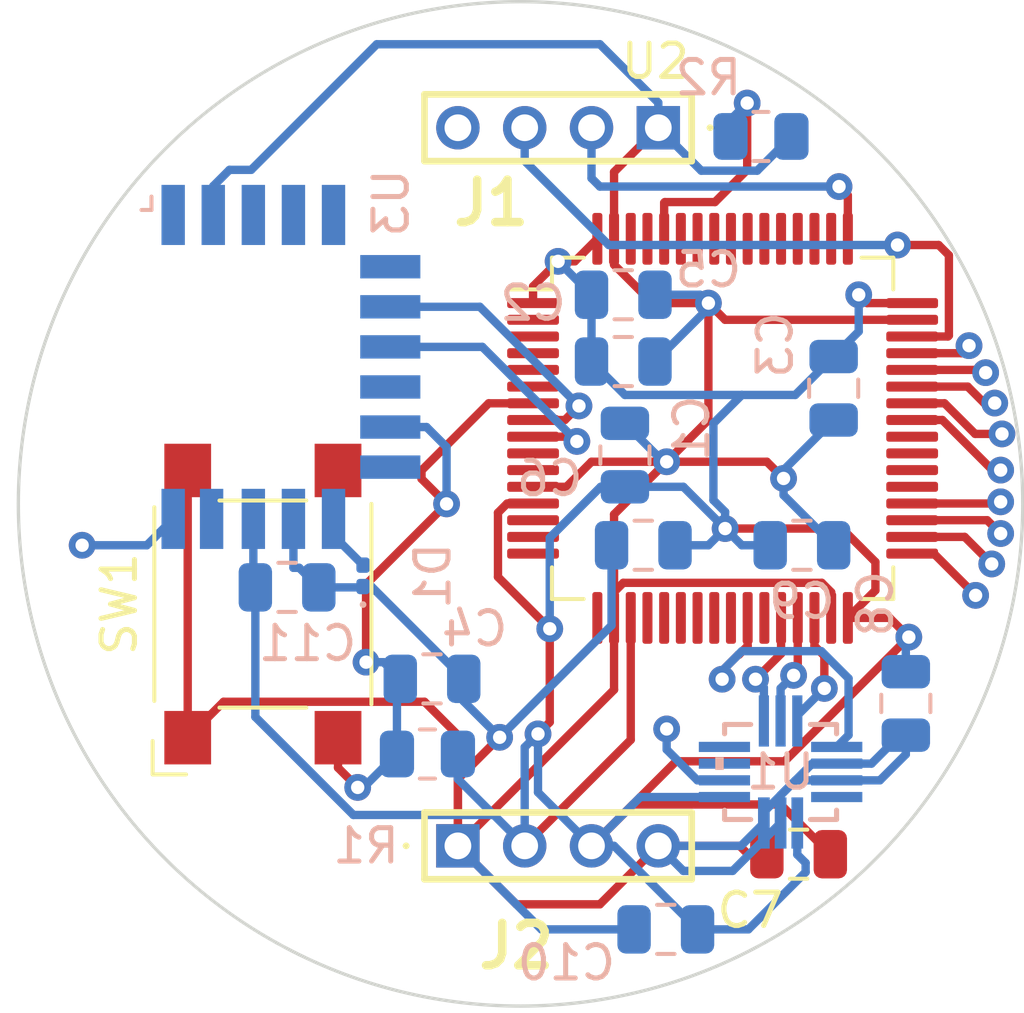
<source format=kicad_pcb>
(kicad_pcb (version 20221018) (generator pcbnew)
  (layers (0 "F.Cu" signal) (31 "B.Cu" signal) (34 "B.Paste" user) (35 "F.Paste" user) (36 "B.SilkS" user "B.Silkscreen") (37 "F.SilkS" user "F.Silkscreen") (38 "B.Mask" user) (39 "F.Mask" user) (44 "Edge.Cuts" user))
  (net 0 "")
  (net 2 "GND")
  (net 7 "/USART1_RX")
  (net 8 "/USART1_TX")
  (net 10 "Net-(D1-A)")
  (net 13 "VDD")
  (net 15 "/PB12")
  (net 19 "/IMU Comm En")
  (net 20 "/NRST")
  (net 21 "/PB13")
  (net 22 "/PB14")
  (net 35 "/I2C2_SCL")
  (net 36 "/I2C2_SDA")
  (net 38 "/I2C_SA0")
  (net 40 "/PB15")
  (net 45 "/PA8")
  (net 46 "/PA9")
  (net 47 "/PA10")
  (net 48 "/SWDIO")
  (net 49 "/SWCLK")
  (net 60 "/BOOT0")
  (net 63 "/PA11")
  (net 64 "/PA12")
  (net 68 "unconnected-(U3-P2_0-Pad16)")
  (net 69 "unconnected-(U1-INT2-Pad9)")
  (footprint "4PinConnector:2MMHBS04VT02HTB" (layer "F.Cu") (at 129.75 113.5 180)
    (fp_text reference "J2" (at -1.75 -3) (layer "F.SilkS") (effects (font (size 1.27 1.27) (thickness 0.254))))
    (fp_text value "Conn_01x04_Male" hide)
    (fp_line (start -7 -1) (end 1 -1) (stroke (width 0.2)) (layer "F.SilkS"))
    (fp_line (start -7 1) (end -7 -1) (stroke (width 0.2)) (layer "F.SilkS"))
    (fp_line (start 1 -1) (end 1 1) (stroke (width 0.2)) (layer "F.SilkS"))
    (fp_line (start 1 1) (end -7 1) (stroke (width 0.2)) (layer "F.SilkS"))
    (fp_line (start 1.5 0) (end 1.5 0) (stroke (width 0.1)) (layer "F.SilkS"))
    (fp_line (start 1.6 0) (end 1.6 0) (stroke (width 0.1)) (layer "F.SilkS"))
    (fp_arc (start 1.5 0) (mid 1.55 -0.05) (end 1.6 0) (stroke (width 0.1)) (layer "F.SilkS"))
    (fp_arc (start 1.6 0) (mid 1.55 0.05) (end 1.5 0) (stroke (width 0.1)) (layer "F.SilkS"))
    (pad "" thru_hole circle (at -6 0 180) (size 1.3 1.3) (drill 0.8) (layers "*.Cu" "*.Mask") (net 2 "GND"))
    (pad "" thru_hole circle (at -4 0 180) (size 1.3 1.3) (drill 0.8) (layers "*.Cu" "*.Mask") (net 13 "VDD"))
    (pad "" thru_hole circle (at -2 0 180) (size 1.3 1.3) (drill 0.8) (layers "*.Cu" "*.Mask") (net 13 "VDD"))
    (pad "1" thru_hole rect (at 0 0 180) (size 1.3 1.3) (drill 0.8) (layers "*.Cu" "*.Mask") (net 2 "GND"))
  )
  (footprint "Capacitor_SMD:C_0805_2012Metric" (layer "F.Cu") (at 139.95 113.75 180)
    (fp_text reference "C7" (at 1.45 -1.68 180) (layer "F.SilkS"))
    (fp_text value "100n")
    (fp_line (start -0.261252 -0.735) (end 0.261252 -0.735) (stroke (width 0.12)) (layer "F.SilkS"))
    (fp_line (start -0.261252 0.735) (end 0.261252 0.735) (stroke (width 0.12)) (layer "F.SilkS"))
    (pad "1" smd roundrect (at -0.95 0 180) (size 1 1.45) (layers "F.Cu" "F.Paste" "F.Mask") (net 13 "VDD"))
    (pad "2" smd roundrect (at 0.95 0 180) (size 1 1.45) (layers "F.Cu" "F.Paste" "F.Mask") (net 2 "GND"))
  )
  (footprint "Package_QFP:LQFP-64_10x10mm_P0.5mm" (layer "F.Cu") (at 137.675 101)
    (fp_text reference "U2" (at -2.0143 -10.989211) (layer "F.SilkS"))
    (fp_text value "STM32F091RCT6")
    (fp_line (start -5.11 -5.11) (end -5.11 -4.16) (stroke (width 0.12)) (layer "F.SilkS"))
    (fp_line (start -5.11 -4.16) (end -6.45 -4.16) (stroke (width 0.12)) (layer "F.SilkS"))
    (fp_line (start -5.11 5.11) (end -5.11 4.16) (stroke (width 0.12)) (layer "F.SilkS"))
    (fp_line (start -4.16 -5.11) (end -5.11 -5.11) (stroke (width 0.12)) (layer "F.SilkS"))
    (fp_line (start -4.16 5.11) (end -5.11 5.11) (stroke (width 0.12)) (layer "F.SilkS"))
    (fp_line (start 4.16 -5.11) (end 5.11 -5.11) (stroke (width 0.12)) (layer "F.SilkS"))
    (fp_line (start 4.16 5.11) (end 5.11 5.11) (stroke (width 0.12)) (layer "F.SilkS"))
    (fp_line (start 5.11 -5.11) (end 5.11 -4.16) (stroke (width 0.12)) (layer "F.SilkS"))
    (fp_line (start 5.11 5.11) (end 5.11 4.16) (stroke (width 0.12)) (layer "F.SilkS"))
    (pad "1" smd roundrect (at -5.675 -3.75) (size 1.55 0.3) (layers "F.Cu" "F.Paste" "F.Mask") (net 13 "VDD"))
    (pad "2" smd roundrect (at -5.675 -3.25) (size 1.55 0.3) (layers "F.Cu" "F.Paste" "F.Mask"))
    (pad "3" smd roundrect (at -5.675 -2.75) (size 1.55 0.3) (layers "F.Cu" "F.Paste" "F.Mask"))
    (pad "4" smd roundrect (at -5.675 -2.25) (size 1.55 0.3) (layers "F.Cu" "F.Paste" "F.Mask"))
    (pad "5" smd roundrect (at -5.675 -1.75) (size 1.55 0.3) (layers "F.Cu" "F.Paste" "F.Mask"))
    (pad "6" smd roundrect (at -5.675 -1.25) (size 1.55 0.3) (layers "F.Cu" "F.Paste" "F.Mask"))
    (pad "7" smd roundrect (at -5.675 -0.75) (size 1.55 0.3) (layers "F.Cu" "F.Paste" "F.Mask") (net 20 "/NRST"))
    (pad "8" smd roundrect (at -5.675 -0.25) (size 1.55 0.3) (layers "F.Cu" "F.Paste" "F.Mask") (net 8 "/USART1_TX"))
    (pad "9" smd roundrect (at -5.675 0.25) (size 1.55 0.3) (layers "F.Cu" "F.Paste" "F.Mask") (net 7 "/USART1_RX"))
    (pad "10" smd roundrect (at -5.675 0.75) (size 1.55 0.3) (layers "F.Cu" "F.Paste" "F.Mask"))
    (pad "11" smd roundrect (at -5.675 1.25) (size 1.55 0.3) (layers "F.Cu" "F.Paste" "F.Mask"))
    (pad "12" smd roundrect (at -5.675 1.75) (size 1.55 0.3) (layers "F.Cu" "F.Paste" "F.Mask") (net 2 "GND"))
    (pad "13" smd roundrect (at -5.675 2.25) (size 1.55 0.3) (layers "F.Cu" "F.Paste" "F.Mask") (net 13 "VDD"))
    (pad "14" smd roundrect (at -5.675 2.75) (size 1.55 0.3) (layers "F.Cu" "F.Paste" "F.Mask"))
    (pad "15" smd roundrect (at -5.675 3.25) (size 1.55 0.3) (layers "F.Cu" "F.Paste" "F.Mask"))
    (pad "16" smd roundrect (at -5.675 3.75) (size 1.55 0.3) (layers "F.Cu" "F.Paste" "F.Mask"))
    (pad "17" smd roundrect (at -3.75 5.675) (size 0.3 1.55) (layers "F.Cu" "F.Paste" "F.Mask"))
    (pad "18" smd roundrect (at -3.25 5.675) (size 0.3 1.55) (layers "F.Cu" "F.Paste" "F.Mask") (net 2 "GND"))
    (pad "19" smd roundrect (at -2.75 5.675) (size 0.3 1.55) (layers "F.Cu" "F.Paste" "F.Mask") (net 13 "VDD"))
    (pad "20" smd roundrect (at -2.25 5.675) (size 0.3 1.55) (layers "F.Cu" "F.Paste" "F.Mask"))
    (pad "21" smd roundrect (at -1.75 5.675) (size 0.3 1.55) (layers "F.Cu" "F.Paste" "F.Mask"))
    (pad "22" smd roundrect (at -1.25 5.675) (size 0.3 1.55) (layers "F.Cu" "F.Paste" "F.Mask"))
    (pad "23" smd roundrect (at -0.75 5.675) (size 0.3 1.55) (layers "F.Cu" "F.Paste" "F.Mask"))
    (pad "24" smd roundrect (at -0.25 5.675) (size 0.3 1.55) (layers "F.Cu" "F.Paste" "F.Mask"))
    (pad "25" smd roundrect (at 0.25 5.675) (size 0.3 1.55) (layers "F.Cu" "F.Paste" "F.Mask"))
    (pad "26" smd roundrect (at 0.75 5.675) (size 0.3 1.55) (layers "F.Cu" "F.Paste" "F.Mask") (net 38 "/I2C_SA0"))
    (pad "27" smd roundrect (at 1.25 5.675) (size 0.3 1.55) (layers "F.Cu" "F.Paste" "F.Mask"))
    (pad "28" smd roundrect (at 1.75 5.675) (size 0.3 1.55) (layers "F.Cu" "F.Paste" "F.Mask") (net 19 "/IMU Comm En"))
    (pad "29" smd roundrect (at 2.25 5.675) (size 0.3 1.55) (layers "F.Cu" "F.Paste" "F.Mask") (net 35 "/I2C2_SCL"))
    (pad "30" smd roundrect (at 2.75 5.675) (size 0.3 1.55) (layers "F.Cu" "F.Paste" "F.Mask") (net 36 "/I2C2_SDA"))
    (pad "31" smd roundrect (at 3.25 5.675) (size 0.3 1.55) (layers "F.Cu" "F.Paste" "F.Mask") (net 2 "GND"))
    (pad "32" smd roundrect (at 3.75 5.675) (size 0.3 1.55) (layers "F.Cu" "F.Paste" "F.Mask") (net 13 "VDD"))
    (pad "33" smd roundrect (at 5.675 3.75) (size 1.55 0.3) (layers "F.Cu" "F.Paste" "F.Mask") (net 15 "/PB12"))
    (pad "34" smd roundrect (at 5.675 3.25) (size 1.55 0.3) (layers "F.Cu" "F.Paste" "F.Mask") (net 21 "/PB13"))
    (pad "35" smd roundrect (at 5.675 2.75) (size 1.55 0.3) (layers "F.Cu" "F.Paste" "F.Mask") (net 22 "/PB14"))
    (pad "36" smd roundrect (at 5.675 2.25) (size 1.55 0.3) (layers "F.Cu" "F.Paste" "F.Mask") (net 40 "/PB15"))
    (pad "37" smd roundrect (at 5.675 1.75) (size 1.55 0.3) (layers "F.Cu" "F.Paste" "F.Mask"))
    (pad "38" smd roundrect (at 5.675 1.25) (size 1.55 0.3) (layers "F.Cu" "F.Paste" "F.Mask"))
    (pad "39" smd roundrect (at 5.675 0.75) (size 1.55 0.3) (layers "F.Cu" "F.Paste" "F.Mask"))
    (pad "40" smd roundrect (at 5.675 0.25) (size 1.55 0.3) (layers "F.Cu" "F.Paste" "F.Mask"))
    (pad "41" smd roundrect (at 5.675 -0.25) (size 1.55 0.3) (layers "F.Cu" "F.Paste" "F.Mask") (net 45 "/PA8"))
    (pad "42" smd roundrect (at 5.675 -0.75) (size 1.55 0.3) (layers "F.Cu" "F.Paste" "F.Mask") (net 46 "/PA9"))
    (pad "43" smd roundrect (at 5.675 -1.25) (size 1.55 0.3) (layers "F.Cu" "F.Paste" "F.Mask") (net 47 "/PA10"))
    (pad "44" smd roundrect (at 5.675 -1.75) (size 1.55 0.3) (layers "F.Cu" "F.Paste" "F.Mask") (net 63 "/PA11"))
    (pad "45" smd roundrect (at 5.675 -2.25) (size 1.55 0.3) (layers "F.Cu" "F.Paste" "F.Mask") (net 64 "/PA12"))
    (pad "46" smd roundrect (at 5.675 -2.75) (size 1.55 0.3) (layers "F.Cu" "F.Paste" "F.Mask") (net 49 "/SWCLK"))
    (pad "47" smd roundrect (at 5.675 -3.25) (size 1.55 0.3) (layers "F.Cu" "F.Paste" "F.Mask") (net 2 "GND"))
    (pad "48" smd roundrect (at 5.675 -3.75) (size 1.55 0.3) (layers "F.Cu" "F.Paste" "F.Mask") (net 13 "VDD"))
    (pad "49" smd roundrect (at 3.75 -5.675) (size 0.3 1.55) (layers "F.Cu" "F.Paste" "F.Mask") (net 48 "/SWDIO"))
    (pad "50" smd roundrect (at 3.25 -5.675) (size 0.3 1.55) (layers "F.Cu" "F.Paste" "F.Mask"))
    (pad "51" smd roundrect (at 2.75 -5.675) (size 0.3 1.55) (layers "F.Cu" "F.Paste" "F.Mask"))
    (pad "52" smd roundrect (at 2.25 -5.675) (size 0.3 1.55) (layers "F.Cu" "F.Paste" "F.Mask"))
    (pad "53" smd roundrect (at 1.75 -5.675) (size 0.3 1.55) (layers "F.Cu" "F.Paste" "F.Mask"))
    (pad "54" smd roundrect (at 1.25 -5.675) (size 0.3 1.55) (layers "F.Cu" "F.Paste" "F.Mask"))
    (pad "55" smd roundrect (at 0.75 -5.675) (size 0.3 1.55) (layers "F.Cu" "F.Paste" "F.Mask"))
    (pad "56" smd roundrect (at 0.25 -5.675) (size 0.3 1.55) (layers "F.Cu" "F.Paste" "F.Mask"))
    (pad "57" smd roundrect (at -0.25 -5.675) (size 0.3 1.55) (layers "F.Cu" "F.Paste" "F.Mask"))
    (pad "58" smd roundrect (at -0.75 -5.675) (size 0.3 1.55) (layers "F.Cu" "F.Paste" "F.Mask"))
    (pad "59" smd roundrect (at -1.25 -5.675) (size 0.3 1.55) (layers "F.Cu" "F.Paste" "F.Mask"))
    (pad "60" smd roundrect (at -1.75 -5.675) (size 0.3 1.55) (layers "F.Cu" "F.Paste" "F.Mask") (net 60 "/BOOT0"))
    (pad "61" smd roundrect (at -2.25 -5.675) (size 0.3 1.55) (layers "F.Cu" "F.Paste" "F.Mask"))
    (pad "62" smd roundrect (at -2.75 -5.675) (size 0.3 1.55) (layers "F.Cu" "F.Paste" "F.Mask"))
    (pad "63" smd roundrect (at -3.25 -5.675) (size 0.3 1.55) (layers "F.Cu" "F.Paste" "F.Mask") (net 2 "GND"))
    (pad "64" smd roundrect (at -3.75 -5.675) (size 0.3 1.55) (layers "F.Cu" "F.Paste" "F.Mask") (net 13 "VDD"))
  )
  (footprint "4PinConnector:2MMHBS04VT02HTB" (layer "F.Cu") (at 135.75 92)
    (fp_text reference "J1" (at -5 2.25) (layer "F.SilkS") (effects (font (size 1.27 1.27) (thickness 0.254))))
    (fp_text value "Conn_01x04_Male" hide)
    (fp_line (start -7 -1) (end 1 -1) (stroke (width 0.2)) (layer "F.SilkS"))
    (fp_line (start -7 1) (end -7 -1) (stroke (width 0.2)) (layer "F.SilkS"))
    (fp_line (start 1 -1) (end 1 1) (stroke (width 0.2)) (layer "F.SilkS"))
    (fp_line (start 1 1) (end -7 1) (stroke (width 0.2)) (layer "F.SilkS"))
    (fp_line (start 1.5 0) (end 1.5 0) (stroke (width 0.1)) (layer "F.SilkS"))
    (fp_line (start 1.6 0) (end 1.6 0) (stroke (width 0.1)) (layer "F.SilkS"))
    (fp_arc (start 1.5 0) (mid 1.55 -0.05) (end 1.6 0) (stroke (width 0.1)) (layer "F.SilkS"))
    (fp_arc (start 1.6 0) (mid 1.55 0.05) (end 1.5 0) (stroke (width 0.1)) (layer "F.SilkS"))
    (pad "1" thru_hole rect (at 0 0) (size 1.3 1.3) (drill 0.8) (layers "*.Cu" "*.Mask") (net 2 "GND"))
    (pad "2" thru_hole circle (at -2 0) (size 1.3 1.3) (drill 0.8) (layers "*.Cu" "*.Mask") (net 48 "/SWDIO"))
    (pad "3" thru_hole circle (at -4 0) (size 1.3 1.3) (drill 0.8) (layers "*.Cu" "*.Mask") (net 49 "/SWCLK"))
    (pad "4" thru_hole circle (at -6 0) (size 1.3 1.3) (drill 0.8) (layers "*.Cu" "*.Mask"))
  )
  (footprint "Button_Switch_SMD:SW_SPST_Omron_B3FS-100xP" (layer "F.Cu") (at 123.9107 106.260789 90)
    (fp_text reference "SW1" (at 0 -4.3 90) (layer "F.SilkS"))
    (fp_text value "SW_Push")
    (fp_line (start -5.1 -3.3) (end -4.1 -3.3) (stroke (width 0.12)) (layer "F.SilkS"))
    (fp_line (start -5.1 -2.3) (end -5.1 -3.3) (stroke (width 0.12)) (layer "F.SilkS"))
    (fp_line (start -3.1 -1.3) (end -3.1 1.3) (stroke (width 0.12)) (layer "F.SilkS"))
    (fp_line (start 2.9 -3.25) (end -2.9 -3.25) (stroke (width 0.12)) (layer "F.SilkS"))
    (fp_line (start 3 3.25) (end -3 3.25) (stroke (width 0.12)) (layer "F.SilkS"))
    (fp_line (start 3.1 -1.3) (end 3.1 1.3) (stroke (width 0.12)) (layer "F.SilkS"))
    (pad "1" smd rect (at -4 -2.25 270) (size 1.6 1.4) (layers "F.Cu" "F.Paste" "F.Mask") (net 2 "GND"))
    (pad "1" smd rect (at 4 -2.25 270) (size 1.6 1.4) (layers "F.Cu" "F.Paste" "F.Mask") (net 2 "GND"))
    (pad "2" smd rect (at -4 2.25 270) (size 1.6 1.4) (layers "F.Cu" "F.Paste" "F.Mask") (net 20 "/NRST"))
    (pad "2" smd rect (at 4 2.25 270) (size 1.6 1.4) (layers "F.Cu" "F.Paste" "F.Mask") (net 20 "/NRST"))
  )
  (footprint "Capacitor_SMD:C_0805_2012Metric" (layer "B.Cu") (at 134.7 99)
    (fp_text reference "C2" (at -2.7 -1.75) (layer "B.SilkS") (effects (justify mirror)))
    (fp_text value "100n")
    (fp_line (start -0.261252 -0.735) (end 0.261252 -0.735) (stroke (width 0.12)) (layer "B.SilkS"))
    (fp_line (start -0.261252 0.735) (end 0.261252 0.735) (stroke (width 0.12)) (layer "B.SilkS"))
    (pad "1" smd roundrect (at -0.95 0) (size 1 1.45) (layers "B.Cu" "B.Paste" "B.Mask") (net 13 "VDD"))
    (pad "2" smd roundrect (at 0.95 0) (size 1 1.45) (layers "B.Cu" "B.Paste" "B.Mask") (net 2 "GND"))
  )
  (footprint "LED_SMD:LED_0201_0603Metric" (layer "B.Cu") (at 126.9107 105.415789 90)
    (fp_text reference "D1" (at 0 2.0893 -270) (layer "B.SilkS") (effects (justify mirror)))
    (fp_text value "LED")
    (fp_circle (center -0.86 0) (end -0.81 0) (stroke (width 0.1)) (fill none) (layer "B.SilkS"))
    (pad "1" smd roundrect (at -0.32 0 90) (size 0.46 0.4) (layers "B.Cu" "B.Mask") (net 2 "GND"))
    (pad "2" smd roundrect (at 0.32 0 90) (size 0.46 0.4) (layers "B.Cu" "B.Mask") (net 10 "Net-(D1-A)"))
  )
  (footprint "Capacitor_SMD:C_0805_2012Metric" (layer "B.Cu") (at 143.1607 109.235789 -90)
    (fp_text reference "C8" (at -2.985789 0.9107 90) (layer "B.SilkS") (effects (justify mirror)))
    (fp_text value "100n")
    (fp_line (start -0.261252 -0.735) (end 0.261252 -0.735) (stroke (width 0.12)) (layer "B.SilkS"))
    (fp_line (start -0.261252 0.735) (end 0.261252 0.735) (stroke (width 0.12)) (layer "B.SilkS"))
    (pad "1" smd roundrect (at -0.95 0 270) (size 1 1.45) (layers "B.Cu" "B.Paste" "B.Mask") (net 13 "VDD"))
    (pad "2" smd roundrect (at 0.95 0 270) (size 1 1.45) (layers "B.Cu" "B.Paste" "B.Mask") (net 2 "GND"))
  )
  (footprint "footprints:LGA14L_LSM6_STM" (layer "B.Cu") (at 139.4107 111.287889 180)
    (fp_text reference "U1" (at 0 0 unlocked) (layer "B.SilkS") (effects (justify mirror)))
    (fp_text value "LSM6DSV16XTR")
    (fp_line (start -1.6764 -1.4224) (end -0.894307 -1.4224) (stroke (width 0.1524)) (layer "B.SilkS"))
    (fp_line (start -1.6764 -1.14437) (end -1.6764 -1.4224) (stroke (width 0.1524)) (layer "B.SilkS"))
    (fp_line (start -1.6764 1.4224) (end -1.6764 1.14437) (stroke (width 0.1524)) (layer "B.SilkS"))
    (fp_line (start -0.894307 1.4224) (end -1.6764 1.4224) (stroke (width 0.1524)) (layer "B.SilkS"))
    (fp_line (start 0.894307 -1.4224) (end 1.6764 -1.4224) (stroke (width 0.1524)) (layer "B.SilkS"))
    (fp_line (start 1.6764 -1.4224) (end 1.6764 -1.14437) (stroke (width 0.1524)) (layer "B.SilkS"))
    (fp_line (start 1.6764 1.14437) (end 1.6764 1.4224) (stroke (width 0.1524)) (layer "B.SilkS"))
    (fp_line (start 1.6764 1.4224) (end 0.894307 1.4224) (stroke (width 0.1524)) (layer "B.SilkS"))
    (fp_poly (pts (xy 1.9558 0.440563) (xy 1.9558 0.059563) (xy 1.7018 0.059563) (xy 1.7018 0.440563)) (fill solid) (layer "B.SilkS"))
    (pad "1" smd rect (at -1.6811 0.750189 90) (size 0.30548 1.5334) (layers "B.Cu" "B.Paste" "B.Mask") (net 38 "/I2C_SA0"))
    (pad "2" smd rect (at -1.6811 0.250063 90) (size 0.30548 1.5334) (layers "B.Cu" "B.Paste" "B.Mask") (net 2 "GND"))
    (pad "3" smd rect (at -1.6811 -0.250063 90) (size 0.30548 1.5334) (layers "B.Cu" "B.Paste" "B.Mask") (net 2 "GND"))
    (pad "4" smd rect (at -1.6811 -0.750189 90) (size 0.3048 1.5334) (layers "B.Cu" "B.Paste" "B.Mask"))
    (pad "5" smd rect (at -0.500126 -1.5271 180) (size 0.35048 1.5334) (layers "B.Cu" "B.Paste" "B.Mask") (net 13 "VDD"))
    (pad "6" smd rect (at 0 -1.5271 180) (size 0.35048 1.5334) (layers "B.Cu" "B.Paste" "B.Mask") (net 2 "GND"))
    (pad "7" smd rect (at 0.500126 -1.5271 180) (size 0.35048 1.5334) (layers "B.Cu" "B.Paste" "B.Mask") (net 2 "GND"))
    (pad "8" smd rect (at 1.6811 -0.750189 90) (size 0.305048 1.5334) (layers "B.Cu" "B.Paste" "B.Mask") (net 13 "VDD"))
    (pad "9" smd rect (at 1.6811 -0.250063 90) (size 0.305048 1.5334) (layers "B.Cu" "B.Paste" "B.Mask") (net 69 "unconnected-(U1-INT2-Pad9)"))
    (pad "10" smd rect (at 1.6811 0.250063 90) (size 0.305048 1.5334) (layers "B.Cu" "B.Paste" "B.Mask"))
    (pad "11" smd rect (at 1.6811 0.750189 90) (size 0.305048 1.5334) (layers "B.Cu" "B.Paste" "B.Mask"))
    (pad "12" smd rect (at 0.500126 1.5271 180) (size 0.305048 1.5334) (layers "B.Cu" "B.Paste" "B.Mask") (net 19 "/IMU Comm En"))
    (pad "13" smd rect (at 0 1.5271 180) (size 0.305048 1.5334) (layers "B.Cu" "B.Paste" "B.Mask") (net 35 "/I2C2_SCL"))
    (pad "14" smd rect (at -0.500126 1.5271 180) (size 0.305048 1.5334) (layers "B.Cu" "B.Paste" "B.Mask") (net 36 "/I2C2_SDA"))
  )
  (footprint "Resistor_SMD:R_0805_2012Metric" (layer "B.Cu") (at 128.8375 110.75 180)
    (fp_text reference "R1" (at 1.8375 -2.75) (layer "B.SilkS") (effects (justify mirror)))
    (fp_text value "100K")
    (fp_line (start -0.227064 -0.735) (end 0.227064 -0.735) (stroke (width 0.12)) (layer "B.SilkS"))
    (fp_line (start -0.227064 0.735) (end 0.227064 0.735) (stroke (width 0.12)) (layer "B.SilkS"))
    (pad "1" smd roundrect (at -0.9125 0 180) (size 1.025 1.4) (layers "B.Cu" "B.Paste" "B.Mask") (roundrect_rratio 0.243902439) (net 13 "VDD"))
    (pad "2" smd roundrect (at 0.9125 0 180) (size 1.025 1.4) (layers "B.Cu" "B.Paste" "B.Mask") (roundrect_rratio 0.243902439) (net 20 "/NRST"))
  )
  (footprint "Capacitor_SMD:C_0805_2012Metric" (layer "B.Cu") (at 134.7 97)
    (fp_text reference "C5" (at 2.55 -0.75) (layer "B.SilkS") (effects (justify mirror)))
    (fp_text value "100n")
    (fp_line (start -0.261252 -0.735) (end 0.261252 -0.735) (stroke (width 0.12)) (layer "B.SilkS"))
    (fp_line (start -0.261252 0.735) (end 0.261252 0.735) (stroke (width 0.12)) (layer "B.SilkS"))
    (pad "1" smd roundrect (at -0.95 0) (size 1 1.45) (layers "B.Cu" "B.Paste" "B.Mask") (net 13 "VDD"))
    (pad "2" smd roundrect (at 0.95 0) (size 1 1.45) (layers "B.Cu" "B.Paste" "B.Mask") (net 2 "GND"))
  )
  (footprint "Capacitor_SMD:C_0805_2012Metric" (layer "B.Cu") (at 124.6357 105.760789)
    (fp_text reference "C11" (at 0.6143 1.68 180) (layer "B.SilkS") (effects (justify mirror)))
    (fp_text value "10u")
    (fp_line (start -0.261252 -0.735) (end 0.261252 -0.735) (stroke (width 0.12)) (layer "B.SilkS"))
    (fp_line (start -0.261252 0.735) (end 0.261252 0.735) (stroke (width 0.12)) (layer "B.SilkS"))
    (pad "1" smd roundrect (at -0.95 0) (size 1 1.45) (layers "B.Cu" "B.Paste" "B.Mask") (net 13 "VDD"))
    (pad "2" smd roundrect (at 0.95 0) (size 1 1.45) (layers "B.Cu" "B.Paste" "B.Mask") (net 2 "GND"))
  )
  (footprint "Capacitor_SMD:C_0805_2012Metric" (layer "B.Cu") (at 134.75 101.8 90)
    (fp_text reference "C1" (at 0.8 2 90) (layer "B.SilkS") (effects (justify mirror)))
    (fp_text value "10u")
    (fp_line (start -0.261252 -0.735) (end 0.261252 -0.735) (stroke (width 0.12)) (layer "B.SilkS"))
    (fp_line (start -0.261252 0.735) (end 0.261252 0.735) (stroke (width 0.12)) (layer "B.SilkS"))
    (pad "1" smd roundrect (at -0.95 0 90) (size 1 1.45) (layers "B.Cu" "B.Paste" "B.Mask") (net 13 "VDD"))
    (pad "2" smd roundrect (at 0.95 0 90) (size 1 1.45) (layers "B.Cu" "B.Paste" "B.Mask") (net 2 "GND"))
  )
  (footprint "Capacitor_SMD:C_0805_2012Metric" (layer "B.Cu") (at 140.05 104.5)
    (fp_text reference "C9" (at 0 1.68) (layer "B.SilkS") (effects (justify mirror)))
    (fp_text value "100nF")
    (fp_line (start -0.261252 -0.735) (end 0.261252 -0.735) (stroke (width 0.12)) (layer "B.SilkS"))
    (fp_line (start -0.261252 0.735) (end 0.261252 0.735) (stroke (width 0.12)) (layer "B.SilkS"))
    (pad "1" smd roundrect (at -0.95 0) (size 1 1.45) (layers "B.Cu" "B.Paste" "B.Mask") (net 13 "VDD"))
    (pad "2" smd roundrect (at 0.95 0) (size 1 1.45) (layers "B.Cu" "B.Paste" "B.Mask") (net 2 "GND"))
  )
  (footprint "Capacitor_SMD:C_0805_2012Metric" (layer "B.Cu") (at 135.975 116 180)
    (fp_text reference "C10" (at 2.975 -1) (layer "B.SilkS") (effects (justify mirror)))
    (fp_text value "10u")
    (fp_line (start -0.261252 -0.735) (end 0.261252 -0.735) (stroke (width 0.12)) (layer "B.SilkS"))
    (fp_line (start -0.261252 0.735) (end 0.261252 0.735) (stroke (width 0.12)) (layer "B.SilkS"))
    (pad "1" smd roundrect (at -0.95 0 180) (size 1 1.45) (layers "B.Cu" "B.Paste" "B.Mask") (net 13 "VDD"))
    (pad "2" smd roundrect (at 0.95 0 180) (size 1 1.45) (layers "B.Cu" "B.Paste" "B.Mask") (net 2 "GND"))
  )
  (footprint "Capacitor_SMD:C_0805_2012Metric" (layer "B.Cu") (at 141 99.8 -90)
    (fp_text reference "C3" (at -1.3 1.75 90) (layer "B.SilkS") (effects (justify mirror)))
    (fp_text value "100n")
    (fp_line (start -0.261252 -0.735) (end 0.261252 -0.735) (stroke (width 0.12)) (layer "B.SilkS"))
    (fp_line (start -0.261252 0.735) (end 0.261252 0.735) (stroke (width 0.12)) (layer "B.SilkS"))
    (pad "1" smd roundrect (at -0.95 0 270) (size 1 1.45) (layers "B.Cu" "B.Paste" "B.Mask") (net 13 "VDD"))
    (pad "2" smd roundrect (at 0.95 0 270) (size 1 1.45) (layers "B.Cu" "B.Paste" "B.Mask") (net 2 "GND"))
  )
  (footprint "RF_Module:Microchip_RN4871" (layer "B.Cu") (at 124.6757 99.160789 -90)
    (fp_text reference "U3" (at -4.910789 -3.0743 90) (layer "B.SilkS") (effects (justify mirror)))
    (fp_text value "RN4871")
    (fp_line (start -5.1 4.1) (end -4.7 4.1) (stroke (width 0.12)) (layer "B.SilkS"))
    (fp_line (start -4.7 4.1) (end -4.7 4.4) (stroke (width 0.12)) (layer "B.SilkS"))
    (pad "1" smd rect (at -4.55 3.45 180) (size 0.7 1.8) (layers "B.Cu" "B.Paste" "B.Mask"))
    (pad "2" smd rect (at -4.55 2.25 180) (size 0.7 1.8) (layers "B.Cu" "B.Paste" "B.Mask") (net 2 "GND"))
    (pad "3" smd rect (at -4.55 1.05 180) (size 0.7 1.8) (layers "B.Cu" "B.Paste" "B.Mask"))
    (pad "4" smd rect (at -4.55 -0.15 180) (size 0.7 1.8) (layers "B.Cu" "B.Paste" "B.Mask"))
    (pad "5" smd rect (at -4.55 -1.35 180) (size 0.7 1.8) (layers "B.Cu" "B.Paste" "B.Mask"))
    (pad "6" smd rect (at -3 -3.05 270) (size 0.7 1.8) (layers "B.Cu" "B.Paste" "B.Mask"))
    (pad "7" smd rect (at -1.8 -3.05 270) (size 0.7 1.8) (layers "B.Cu" "B.Paste" "B.Mask") (net 8 "/USART1_TX"))
    (pad "8" smd rect (at -0.6 -3.05 270) (size 0.7 1.8) (layers "B.Cu" "B.Paste" "B.Mask") (net 7 "/USART1_RX"))
    (pad "9" smd rect (at 0.6 -3.05 270) (size 0.7 1.8) (layers "B.Cu" "B.Paste" "B.Mask"))
    (pad "10" smd rect (at 1.8 -3.05 270) (size 0.7 1.8) (layers "B.Cu" "B.Paste" "B.Mask") (net 20 "/NRST"))
    (pad "11" smd rect (at 3 -3.05 270) (size 0.7 1.8) (layers "B.Cu" "B.Paste" "B.Mask"))
    (pad "12" smd rect (at 4.55 -1.35 180) (size 0.7 1.8) (layers "B.Cu" "B.Paste" "B.Mask") (net 10 "Net-(D1-A)"))
    (pad "13" smd rect (at 4.55 -0.15 180) (size 0.7 1.8) (layers "B.Cu" "B.Paste" "B.Mask") (net 2 "GND"))
    (pad "14" smd rect (at 4.55 1.05 180) (size 0.7 1.8) (layers "B.Cu" "B.Paste" "B.Mask") (net 13 "VDD"))
    (pad "15" smd rect (at 4.55 2.3 180) (size 0.7 1.8) (layers "B.Cu" "B.Paste" "B.Mask"))
    (pad "16" smd rect (at 4.55 3.45 180) (size 0.7 1.8) (layers "B.Cu" "B.Paste" "B.Mask") (net 68 "unconnected-(U3-P2_0-Pad16)"))
  )
  (footprint "Capacitor_SMD:C_0805_2012Metric" (layer "B.Cu") (at 135.3 104.5 180)
    (fp_text reference "C6" (at 2.8 2) (layer "B.SilkS") (effects (justify mirror)))
    (fp_text value "100n")
    (fp_line (start -0.261252 -0.735) (end 0.261252 -0.735) (stroke (width 0.12)) (layer "B.SilkS"))
    (fp_line (start -0.261252 0.735) (end 0.261252 0.735) (stroke (width 0.12)) (layer "B.SilkS"))
    (pad "1" smd roundrect (at -0.95 0 180) (size 1 1.45) (layers "B.Cu" "B.Paste" "B.Mask") (net 13 "VDD"))
    (pad "2" smd roundrect (at 0.95 0 180) (size 1 1.45) (layers "B.Cu" "B.Paste" "B.Mask") (net 2 "GND"))
  )
  (footprint "Capacitor_SMD:C_0805_2012Metric" (layer "B.Cu") (at 128.975 108.5)
    (fp_text reference "C4" (at 1.275 -1.5 180) (layer "B.SilkS") (effects (justify mirror)))
    (fp_text value "100n")
    (fp_line (start -0.261252 -0.735) (end 0.261252 -0.735) (stroke (width 0.12)) (layer "B.SilkS"))
    (fp_line (start -0.261252 0.735) (end 0.261252 0.735) (stroke (width 0.12)) (layer "B.SilkS"))
    (pad "1" smd roundrect (at -0.95 0) (size 1 1.45) (layers "B.Cu" "B.Paste" "B.Mask") (net 20 "/NRST"))
    (pad "2" smd roundrect (at 0.95 0) (size 1 1.45) (layers "B.Cu" "B.Paste" "B.Mask") (net 2 "GND"))
  )
  (footprint "Resistor_SMD:R_0805_2012Metric" (layer "B.Cu") (at 138.8232 92.260789)
    (fp_text reference "R2" (at -1.5732 -1.760789) (layer "B.SilkS") (effects (justify mirror)))
    (fp_text value "100K")
    (fp_line (start -0.227064 -0.735) (end 0.227064 -0.735) (stroke (width 0.12)) (layer "B.SilkS"))
    (fp_line (start -0.227064 0.735) (end 0.227064 0.735) (stroke (width 0.12)) (layer "B.SilkS"))
    (pad "1" smd roundrect (at -0.9125 0) (size 1.025 1.4) (layers "B.Cu" "B.Paste" "B.Mask") (roundrect_rratio 0.243902439) (net 60 "/BOOT0"))
    (pad "2" smd roundrect (at 0.9125 0) (size 1.025 1.4) (layers "B.Cu" "B.Paste" "B.Mask") (roundrect_rratio 0.243902439) (net 2 "GND"))
  )
  (gr_circle (center 131.625326 103.260789) (end 141.875326 92.260789) (stroke (width 0.1)) (fill none) (layer "Edge.Cuts"))
  (segment (start 129.75 111.5) (end 129.75 113.5) (width 0.25) (layer "F.Cu") (net 2))
  (segment (start 122.7357 109.185789) (end 128.75 109.185789) (width 0.25) (layer "F.Cu") (net 2))
  (segment (start 140.925 105.905024) (end 140.925 106.675) (width 0.25) (layer "F.Cu") (net 2))
  (segment (start 134.425 95.325) (end 134.425 93.325) (width 0.25) (layer "F.Cu") (net 2))
  (segment (start 133.75 102) (end 136 102) (width 0.25) (layer "F.Cu") (net 2))
  (segment (start 135.4107 92.010789) (end 135.9107 92.010789) (width 0.25) (layer "F.Cu") (net 2))
  (segment (start 121.6607 110.260789) (end 122.7357 109.185789) (width 0.25) (layer "F.Cu") (net 2))
  (segment (start 121.6607 102.260789) (end 121.6607 110.260789) (width 0.25) (layer "F.Cu") (net 2))
  (segment (start 134.425 108.825) (end 134.425 106.675) (width 0.25) (layer "F.Cu") (net 2))
  (segment (start 134.7 105.625) (end 140.644976 105.625) (width 0.25) (layer "F.Cu") (net 2))
  (segment (start 136 102) (end 139 102) (width 0.25) (layer "F.Cu") (net 2))
  (segment (start 129.75 113.5) (end 134.425 108.825) (width 0.25) (layer "F.Cu") (net 2))
  (segment (start 135.75 113.5) (end 138.1857 113.5) (width 0.25) (layer "F.Cu") (net 2))
  (segment (start 139 102) (end 139.5 102.5) (width 0.25) (layer "F.Cu") (net 2))
  (segment (start 137.25 97.25) (end 137.75 97.75) (width 0.25) (layer "F.Cu") (net 2))
  (segment (start 137.75 97.75) (end 143.35 97.75) (width 0.25) (layer "F.Cu") (net 2))
  (segment (start 134.425 95.325) (end 134.425 96.1) (width 0.25) (layer "F.Cu") (net 2))
  (segment (start 134.425 93.325) (end 135.75 92) (width 0.25) (layer "F.Cu") (net 2))
  (segment (start 137.25 100.75) (end 136 102) (width 0.25) (layer "F.Cu") (net 2))
  (segment (start 138.4357 113.75) (end 139 113.75) (width 0.25) (layer "F.Cu") (net 2))
  (segment (start 132 102.75) (end 133 102.75) (width 0.25) (layer "F.Cu") (net 2))
  (segment (start 134.425 106.675) (end 134.425 105.9) (width 0.25) (layer "F.Cu") (net 2))
  (segment (start 135.575 97.25) (end 137.25 97.25) (width 0.25) (layer "F.Cu") (net 2))
  (segment (start 134.425 106.675) (end 134.425 103.575) (width 0.25) (layer "F.Cu") (net 2))
  (segment (start 134 115.25) (end 131.5 115.25) (width 0.25) (layer "F.Cu") (net 2))
  (segment (start 140.644976 105.625) (end 140.925 105.905024) (width 0.25) (layer "F.Cu") (net 2))
  (segment (start 137.25 97.25) (end 137.25 100.75) (width 0.25) (layer "F.Cu") (net 2))
  (segment (start 128.75 109.185789) (end 129.75 110.185789) (width 0.25) (layer "F.Cu") (net 2))
  (segment (start 134.425 96.1) (end 135.575 97.25) (width 0.25) (layer "F.Cu") (net 2))
  (segment (start 133 102.75) (end 133.75 102) (width 0.25) (layer "F.Cu") (net 2))
  (segment (start 129.75 110.185789) (end 129.75 113.5) (width 0.25) (layer "F.Cu") (net 2))
  (segment (start 134.425 103.575) (end 136 102) (width 0.25) (layer "F.Cu") (net 2))
  (segment (start 135.75 113.5) (end 134 115.25) (width 0.25) (layer "F.Cu") (net 2))
  (segment (start 131.5 115.25) (end 129.75 113.5) (width 0.25) (layer "F.Cu") (net 2))
  (segment (start 131 110.25) (end 129.75 111.5) (width 0.25) (layer "F.Cu") (net 2))
  (segment (start 134.425 105.9) (end 134.7 105.625) (width 0.25) (layer "F.Cu") (net 2))
  (segment (start 138.1857 113.5) (end 138.4357 113.75) (width 0.25) (layer "F.Cu") (net 2))
  (via (at 131 110.25) (size 0.8) (drill 0.4) (layers "F.Cu" "B.Cu") (net 2))
  (via (at 137.25 97.25) (size 0.8) (drill 0.4) (layers "F.Cu" "B.Cu") (net 2))
  (via (at 136 102) (size 0.8) (drill 0.4) (layers "F.Cu" "B.Cu") (net 2))
  (via (at 139.5 102.5) (size 0.8) (drill 0.4) (layers "F.Cu" "B.Cu") (net 2))
  (segment (start 134.35 106.9) (end 131 110.25) (width 0.25) (layer "B.Cu") (net 2))
  (segment (start 137.25 97.4) (end 135.65 99) (width 0.25) (layer "B.Cu") (net 2))
  (segment (start 126.9107 105.735789) (end 127.160789 105.735789) (width 0.25) (layer "B.Cu") (net 2))
  (segment (start 141.0918 111.537952) (end 142.383537 111.537952) (width 0.25) (layer "B.Cu") (net 2))
  (segment (start 122.4257 94.810789) (end 122.4257 93.745789) (width 0.25) (layer "B.Cu") (net 2))
  (segment (start 142.133663 111.037826) (end 143.1607 110.010789) (width 0.25) (layer "B.Cu") (net 2))
  (segment (start 139.5 103) (end 139.5 102.5) (width 0.25) (layer "B.Cu") (net 2))
  (segment (start 127.321489 89.5) (end 134 89.5) (width 0.25) (layer "B.Cu") (net 2))
  (segment (start 126.8857 105.760789) (end 126.9107 105.735789) (width 0.25) (layer "B.Cu") (net 2))
  (segment (start 142.383537 111.537952) (end 143.1607 110.760789) (width 0.25) (layer "B.Cu") (net 2))
  (segment (start 139.5 102.5) (end 139.5 102.25) (width 0.25) (layer "B.Cu") (net 2))
  (segment (start 138.7107 93.285789) (end 139.7357 92.260789) (width 0.25) (layer "B.Cu") (net 2))
  (segment (start 130 113.75) (end 129.75 113.5) (width 0.25) (layer "B.Cu") (net 2))
  (segment (start 136 102) (end 135.9 102) (width 0.25) (layer "B.Cu") (net 2))
  (segment (start 123.5607 93.260789) (end 127.321489 89.5) (width 0.25) (layer "B.Cu") (net 2))
  (segment (start 135.65 99) (end 135.65 98.85) (width 0.25) (layer "B.Cu") (net 2))
  (segment (start 135.9 102) (end 134.75 100.85) (width 0.25) (layer "B.Cu") (net 2))
  (segment (start 135.75 113.5) (end 138.225563 113.5) (width 0.25) (layer "B.Cu") (net 2))
  (segment (start 139.4107 111.984265) (end 140.357139 111.037826) (width 0.25) (layer "B.Cu") (net 2))
  (segment (start 141.0918 111.037826) (end 142.133663 111.037826) (width 0.25) (layer "B.Cu") (net 2))
  (segment (start 139.5 102.25) (end 141 100.75) (width 0.25) (layer "B.Cu") (net 2))
  (segment (start 135.65 97) (end 137 97) (width 0.25) (layer "B.Cu") (net 2))
  (segment (start 143.1607 110.760789) (end 143.1607 110.010789) (width 0.25) (layer "B.Cu") (net 2))
  (segment (start 122.4257 93.745789) (end 122.9107 93.260789) (width 0.25) (layer "B.Cu") (net 2))
  (segment (start 140.357139 111.037826) (end 141.0918 111.037826) (width 0.25) (layer "B.Cu") (net 2))
  (segment (start 122.9107 93.260789) (end 123.5607 93.260789) (width 0.25) (layer "B.Cu") (net 2))
  (segment (start 139.572483 111.822483) (end 139.4107 111.984265) (width 0.25) (layer "B.Cu") (net 2))
  (segment (start 138.225563 113.5) (end 138.910574 112.814989) (width 0.25) (layer "B.Cu") (net 2))
  (segment (start 137.975689 114.25) (end 136.5 114.25) (width 0.25) (layer "B.Cu") (net 2))
  (segment (start 134.35 104.5) (end 134.35 106.9) (width 0.25) (layer "B.Cu") (net 2))
  (segment (start 129.925 108.5) (end 129.925 109.175) (width 0.25) (layer "B.Cu") (net 2))
  (segment (start 135.75 91.25) (end 134 89.5) (width 0.25) (layer "B.Cu") (net 2))
  (segment (start 136.5 114.25) (end 135.75 113.5) (width 0.25) (layer "B.Cu") (net 2))
  (segment (start 141 104.5) (end 139.5 103) (width 0.25) (layer "B.Cu") (net 2))
  (segment (start 138.910574 112.814989) (end 138.910574 112.484392) (width 0.25) (layer "B.Cu") (net 2))
  (segment (start 135.025 116) (end 132.25 116) (width 0.25) (layer "B.Cu") (net 2))
  (segment (start 138.910574 112.484392) (end 139.572483 111.822483) (width 0.25) (layer "B.Cu") (net 2))
  (segment (start 125.0007 105.175789) (end 124.8257 105.175789) (width 0.25) (layer "B.Cu") (net 2))
  (segment (start 129.925 109.175) (end 131 110.25) (width 0.25) (layer "B.Cu") (net 2))
  (segment (start 124.8257 103.510789) (end 124.8257 105.175789) (width 0.25) (layer "B.Cu") (net 2))
  (segment (start 125.4107 105.760789) (end 126.8857 105.760789) (width 0.25) (layer "B.Cu") (net 2))
  (segment (start 137 97) (end 137.25 97.25) (width 0.25) (layer "B.Cu") (net 2))
  (segment (start 127.160789 105.735789) (end 129.925 108.5) (width 0.25) (layer "B.Cu") (net 2))
  (segment (start 139.857013 111.537952) (end 139.572483 111.822483) (width 0.25) (layer "B.Cu") (net 2))
  (segment (start 125.5857 105.760789) (end 125.0007 105.175789) (width 0.25) (layer "B.Cu") (net 2))
  (segment (start 141.0918 111.537952) (end 139.857013 111.537952) (width 0.25) (layer "B.Cu") (net 2))
  (segment (start 135.9 97.25) (end 135.65 97.5) (width 0.25) (layer "B.Cu") (net 2))
  (segment (start 135.75 92) (end 137.035789 93.285789) (width 0.25) (layer "B.Cu") (net 2))
  (segment (start 139.4107 112.814989) (end 139.4107 111.984265) (width 0.25) (layer "B.Cu") (net 2))
  (segment (start 139.4107 112.814989) (end 137.975689 114.25) (width 0.25) (layer "B.Cu") (net 2))
  (segment (start 135.75 92) (end 135.75 91.25) (width 0.25) (layer "B.Cu") (net 2))
  (segment (start 137.035789 93.285789) (end 138.7107 93.285789) (width 0.25) (layer "B.Cu") (net 2))
  (segment (start 137.25 97.25) (end 137.25 97.4) (width 0.25) (layer "B.Cu") (net 2))
  (segment (start 129.75 113.5) (end 132.25 116) (width 0.25) (layer "B.Cu") (net 2))
  (segment (start 133.170768 101.25) (end 132 101.25) (width 0.25) (layer "F.Cu") (net 7))
  (segment (start 133.311667 101.390899) (end 133.170768 101.25) (width 0.25) (layer "F.Cu") (net 7))
  (via (at 133.311667 101.390899) (size 0.8) (drill 0.4) (layers "F.Cu" "B.Cu") (net 7))
  (segment (start 127.7257 98.560789) (end 130.481557 98.560789) (width 0.25) (layer "B.Cu") (net 7))
  (segment (start 130.481557 98.560789) (end 133.311667 101.390899) (width 0.25) (layer "B.Cu") (net 7))
  (segment (start 132.95279 100.75) (end 132 100.75) (width 0.25) (layer "F.Cu") (net 8))
  (segment (start 133.374492 100.328298) (end 132.95279 100.75) (width 0.25) (layer "F.Cu") (net 8))
  (via (at 133.374492 100.328298) (size 0.8) (drill 0.4) (layers "F.Cu" "B.Cu") (net 8))
  (segment (start 130.406983 97.360789) (end 133.374492 100.328298) (width 0.25) (layer "B.Cu") (net 8))
  (segment (start 127.7257 97.360789) (end 130.406983 97.360789) (width 0.25) (layer "B.Cu") (net 8))
  (segment (start 126.0257 104.210789) (end 126.9107 105.095789) (width 0.25) (layer "B.Cu") (net 10))
  (segment (start 126.0257 103.510789) (end 126.0257 104.210789) (width 0.25) (layer "B.Cu") (net 10))
  (segment (start 134.989211 112.260789) (end 139.410789 112.260789) (width 0.25) (layer "F.Cu") (net 13))
  (segment (start 133.925 95.325) (end 133.925 95.746489) (width 0.25) (layer "F.Cu") (net 13))
  (segment (start 132.75 96) (end 133.25 96) (width 0.25) (layer "F.Cu") (net 13))
  (segment (start 130.95 103.525) (end 130.95 105.45) (width 0.25) (layer "F.Cu") (net 13))
  (segment (start 143.25 107.25) (end 139.532536 110.967464) (width 0.25) (layer "F.Cu") (net 13))
  (segment (start 142.675 106.675) (end 143.25 107.25) (width 0.25) (layer "F.Cu") (net 13))
  (segment (start 142.25 105.85) (end 141.425 106.675) (width 0.25) (layer "F.Cu") (net 13))
  (segment (start 132 96.75) (end 132.75 96) (width 0.25) (layer "F.Cu") (net 13))
  (segment (start 131.75 113.5) (end 134.925 110.325) (width 0.25) (layer "F.Cu") (net 13))
  (segment (start 142 97.25) (end 141.75 97) (width 0.25) (layer "F.Cu") (net 13))
  (segment (start 130.95 105.45) (end 132.5 107) (width 0.25) (layer "F.Cu") (net 13))
  (segment (start 133.75 113.5) (end 134.989211 112.260789) (width 0.25) (layer "F.Cu") (net 13))
  (segment (start 132.5 109.796112) (end 132.148056 110.148056) (width 0.25) (layer "F.Cu") (net 13))
  (segment (start 132.5 107) (end 132.5 109.796112) (width 0.25) (layer "F.Cu") (net 13))
  (segment (start 134.925 110.325) (end 134.925 106.675) (width 0.25) (layer "F.Cu") (net 13))
  (segment (start 132 97.25) (end 132.421489 97.25) (width 0.25) (layer "F.Cu") (net 13))
  (segment (start 139.532536 110.967464) (end 136.282536 110.967464) (width 0.25) (layer "F.Cu") (net 13))
  (segment (start 132 97.25) (end 132 96.75) (width 0.25) (layer "F.Cu") (net 13))
  (segment (start 133.25 96) (end 133.925 95.325) (width 0.25) (layer "F.Cu") (net 13))
  (segment (start 131.225 103.25) (end 130.95 103.525) (width 0.25) (layer "F.Cu") (net 13))
  (segment (start 141.425 106.675) (end 142.675 106.675) (width 0.25) (layer "F.Cu") (net 13))
  (segment (start 137.75 104) (end 141.25 104) (width 0.25) (layer "F.Cu") (net 13))
  (segment (start 136.282536 110.967464) (end 133.75 113.5) (width 0.25) (layer "F.Cu") (net 13))
  (segment (start 143.35 97.25) (end 142 97.25) (width 0.25) (layer "F.Cu") (net 13))
  (segment (start 139.410789 112.260789) (end 140.9 113.75) (width 0.25) (layer "F.Cu") (net 13))
  (segment (start 142.25 105) (end 142.25 105.85) (width 0.25) (layer "F.Cu") (net 13))
  (segment (start 141.25 104) (end 142.25 105) (width 0.25) (layer "F.Cu") (net 13))
  (segment (start 132 103.25) (end 131.225 103.25) (width 0.25) (layer "F.Cu") (net 13))
  (via (at 132.5 107) (size 0.8) (drill 0.4) (layers "F.Cu" "B.Cu") (net 13))
  (via (at 132.75 96) (size 0.8) (drill 0.4) (layers "F.Cu" "B.Cu") (net 13))
  (via (at 137.75 104) (size 0.8) (drill 0.4) (layers "F.Cu" "B.Cu") (net 13))
  (via (at 143.25 107.25) (size 0.8) (drill 0.4) (layers "F.Cu" "B.Cu") (net 13))
  (via (at 141.75 97) (size 0.8) (drill 0.4) (layers "F.Cu" "B.Cu") (net 13))
  (via (at 132.148056 110.148056) (size 0.8) (drill 0.4) (layers "F.Cu" "B.Cu") (net 13))
  (segment (start 134.75 100) (end 138.25 100) (width 0.25) (layer "B.Cu") (net 13))
  (segment (start 139.85 100) (end 141 98.85) (width 0.25) (layer "B.Cu") (net 13))
  (segment (start 141.75 98.1) (end 141 98.85) (width 0.25) (layer "B.Cu") (net 13))
  (segment (start 134.425 113.5) (end 136.925 116) (width 0.25) (layer "B.Cu") (net 13))
  (segment (start 137.4 103.15) (end 137.4 100.85) (width 0.25) (layer "B.Cu") (net 13))
  (segment (start 133.75 99) (end 134.75 100) (width 0.25) (layer "B.Cu") (net 13))
  (segment (start 133.75 113.5) (end 134.425 113.5) (width 0.25) (layer "B.Cu") (net 13))
  (segment (start 139.910826 112.814989) (end 139.910826 113.760915) (width 0.25) (layer "B.Cu") (net 13))
  (segment (start 137.25 104.5) (end 136.25 104.5) (width 0.25) (layer "B.Cu") (net 13))
  (segment (start 133.75 99) (end 133.75 97) (width 0.25) (layer "B.Cu") (net 13))
  (segment (start 123.6857 109.640295) (end 123.6857 105.760789) (width 0.25) (layer "B.Cu") (net 13))
  (segment (start 140.1607 114.010789) (end 140.1607 114.286094) (width 0.25) (layer "B.Cu") (net 13))
  (segment (start 132.148056 110.148056) (end 132.148056 111.898056) (width 0.25) (layer "B.Cu") (net 13))
  (segment (start 132.5 104.275) (end 132.5 107) (width 0.25) (layer "B.Cu") (net 13))
  (segment (start 132.75 96) (end 133.75 97) (width 0.25) (layer "B.Cu") (net 13))
  (segment (start 134.75 102.75) (end 134.025 102.75) (width 0.25) (layer "B.Cu") (net 13))
  (segment (start 137.75 104) (end 138.25 104.5) (width 0.25) (layer "B.Cu") (net 13))
  (segment (start 136.5 102.75) (end 137.75 104) (width 0.25) (layer "B.Cu") (net 13))
  (segment (start 136.75 116) (end 138.446794 116) (width 0.25) (layer "B.Cu") (net 13))
  (segment (start 137.75 104) (end 137.75 103.5) (width 0.25) (layer "B.Cu") (net 13))
  (segment (start 123.6257 105.525789) (end 123.8607 105.760789) (width 0.25) (layer "B.Cu") (net 13))
  (segment (start 138.446794 116) (end 140.1607 114.286094) (width 0.25) (layer "B.Cu") (net 13))
  (segment (start 126.620405 112.575) (end 123.6857 109.640295) (width 0.25) (layer "B.Cu") (net 13))
  (segment (start 138.25 104.5) (end 139.1 104.5) (width 0.25) (layer "B.Cu") (net 13))
  (segment (start 137.75 103.5) (end 137.4 103.15) (width 0.25) (layer "B.Cu") (net 13))
  (segment (start 130.825 112.575) (end 126.620405 112.575) (width 0.25) (layer "B.Cu") (net 13))
  (segment (start 131.75 110.546112) (end 131.75 113.5) (width 0.25) (layer "B.Cu") (net 13))
  (segment (start 143.1607 108.285789) (end 143.1607 107.3393) (width 0.25) (layer "B.Cu") (net 13))
  (segment (start 123.9607 105.660789) (end 123.8607 105.760789) (width 0.25) (layer "B.Cu") (net 13))
  (segment (start 131.75 113.5) (end 130.825 112.575) (width 0.25) (layer "B.Cu") (net 13))
  (segment (start 138.25 100) (end 139.85 100) (width 0.25) (layer "B.Cu") (net 13))
  (segment (start 141.75 97) (end 141.75 98.1) (width 0.25) (layer "B.Cu") (net 13))
  (segment (start 132.148056 110.148056) (end 131.75 110.546112) (width 0.25) (layer "B.Cu") (net 13))
  (segment (start 137.4 100.85) (end 138.25 100) (width 0.25) (layer "B.Cu") (net 13))
  (segment (start 135.211922 112.038078) (end 133.75 113.5) (width 0.25) (layer "B.Cu") (net 13))
  (segment (start 129.75 111.5) (end 130.825 112.575) (width 0.25) (layer "B.Cu") (net 13))
  (segment (start 123.6257 103.510789) (end 123.6257 105.525789) (width 0.25) (layer "B.Cu") (net 13))
  (segment (start 132.148056 111.898056) (end 133.75 113.5) (width 0.25) (layer "B.Cu") (net 13))
  (segment (start 129.75 110.75) (end 129.75 111.5) (width 0.25) (layer "B.Cu") (net 13))
  (segment (start 137.7296 112.038078) (end 135.211922 112.038078) (width 0.25) (layer "B.Cu") (net 13))
  (segment (start 143.1607 107.3393) (end 143.25 107.25) (width 0.25) (layer "B.Cu") (net 13))
  (segment (start 137.75 104) (end 137.25 104.5) (width 0.25) (layer "B.Cu") (net 13))
  (segment (start 134.75 102.75) (end 136.5 102.75) (width 0.25) (layer "B.Cu") (net 13))
  (segment (start 139.910826 113.760915) (end 140.1607 114.010789) (width 0.25) (layer "B.Cu") (net 13))
  (segment (start 134.025 102.75) (end 132.5 104.275) (width 0.25) (layer "B.Cu") (net 13))
  (segment (start 144 104.75) (end 145.25 106) (width 0.25) (layer "F.Cu") (net 15))
  (segment (start 143.35 104.75) (end 144 104.75) (width 0.25) (layer "F.Cu") (net 15))
  (via (at 145.25 106) (size 0.8) (drill 0.4) (layers "F.Cu" "B.Cu") (net 15))
  (segment (start 138.6607 108.510789) (end 139.425 107.746489) (width 0.25) (layer "F.Cu") (net 19))
  (segment (start 139.425 107.746489) (end 139.425 106.675) (width 0.25) (layer "F.Cu") (net 19))
  (via (at 138.6607 108.510789) (size 0.8) (drill 0.4) (layers "F.Cu" "B.Cu") (net 19))
  (segment (start 138.910574 109.760789) (end 138.910574 108.760663) (width 0.25) (layer "B.Cu") (net 19))
  (segment (start 138.910574 108.760663) (end 138.6607 108.510789) (width 0.25) (layer "B.Cu") (net 19))
  (segment (start 127 105.671489) (end 129.4107 103.260789) (width 0.25) (layer "F.Cu") (net 20))
  (segment (start 128.6607 102.510789) (end 129.4107 103.260789) (width 0.25) (layer "F.Cu") (net 20))
  (segment (start 130.671489 100.25) (end 132 100.25) (width 0.25) (layer "F.Cu") (net 20))
  (segment (start 126.1607 111.1607) (end 126.75 111.75) (width 0.25) (layer "F.Cu") (net 20))
  (segment (start 127 108) (end 127 105.671489) (width 0.25) (layer "F.Cu") (net 20))
  (segment (start 128.6607 102.260789) (end 128.6607 102.510789) (width 0.25) (layer "F.Cu") (net 20))
  (segment (start 126.1607 102.260789) (end 128.6607 102.260789) (width 0.25) (layer "F.Cu") (net 20))
  (segment (start 126.1607 110.260789) (end 126.1607 111.1607) (width 0.25) (layer "F.Cu") (net 20))
  (segment (start 128.6607 102.260789) (end 130.671489 100.25) (width 0.25) (layer "F.Cu") (net 20))
  (via (at 129.4107 103.260789) (size 0.8) (drill 0.4) (layers "F.Cu" "B.Cu") (net 20))
  (via (at 127 108) (size 0.8) (drill 0.4) (layers "F.Cu" "B.Cu") (net 20))
  (via (at 126.75 111.75) (size 0.8) (drill 0.4) (layers "F.Cu" "B.Cu") (net 20))
  (segment (start 126.925 111.75) (end 127.925 110.75) (width 0.25) (layer "B.Cu") (net 20))
  (segment (start 127 108) (end 127.525 108) (width 0.25) (layer "B.Cu") (net 20))
  (segment (start 126.75 111.75) (end 126.925 111.75) (width 0.25) (layer "B.Cu") (net 20))
  (segment (start 127.925 108.775) (end 128.2 108.5) (width 0.25) (layer "B.Cu") (net 20))
  (segment (start 127.925 108.6) (end 128.025 108.5) (width 0.25) (layer "B.Cu") (net 20))
  (segment (start 129.4107 101.560789) (end 129.4107 103.260789) (width 0.25) (layer "B.Cu") (net 20))
  (segment (start 127.925 110.75) (end 127.925 108.6) (width 0.25) (layer "B.Cu") (net 20))
  (segment (start 128.8107 100.960789) (end 129.4107 101.560789) (width 0.25) (layer "B.Cu") (net 20))
  (segment (start 127.7257 100.960789) (end 128.8107 100.960789) (width 0.25) (layer "B.Cu") (net 20))
  (segment (start 127.525 108) (end 128.025 108.5) (width 0.25) (layer "B.Cu") (net 20))
  (segment (start 144.922359 104.25) (end 145.73237 105.060011) (width 0.25) (layer "F.Cu") (net 21))
  (segment (start 143.35 104.25) (end 144.922359 104.25) (width 0.25) (layer "F.Cu") (net 21))
  (via (at 145.73237 105.060011) (size 0.8) (drill 0.4) (layers "F.Cu" "B.Cu") (net 21))
  (segment (start 145.595902 103.75) (end 145.845902 104) (width 0.25) (layer "F.Cu") (net 22))
  (segment (start 145.850994 104) (end 146 104.149006) (width 0.25) (layer "F.Cu") (net 22))
  (segment (start 145.845902 104) (end 145.850994 104) (width 0.25) (layer "F.Cu") (net 22))
  (segment (start 143.35 103.75) (end 145.595902 103.75) (width 0.25) (layer "F.Cu") (net 22))
  (via (at 146 104.149006) (size 0.8) (drill 0.4) (layers "F.Cu" "B.Cu") (net 22))
  (segment (start 139.925 108.271088) (end 139.925 106.675) (width 0.25) (layer "F.Cu") (net 35))
  (segment (start 139.801004 108.395084) (end 139.925 108.271088) (width 0.25) (layer "F.Cu") (net 35))
  (via (at 139.801004 108.395084) (size 0.8) (drill 0.4) (layers "F.Cu" "B.Cu") (net 35))
  (segment (start 139.4107 108.785388) (end 139.801004 108.395084) (width 0.25) (layer "B.Cu") (net 35))
  (segment (start 139.4107 109.760789) (end 139.4107 108.785388) (width 0.25) (layer "B.Cu") (net 35))
  (segment (start 140.720749 108.786333) (end 140.720749 107.811435) (width 0.25) (layer "F.Cu") (net 36))
  (segment (start 140.425 107.515686) (end 140.425 106.675) (width 0.25) (layer "F.Cu") (net 36))
  (segment (start 140.720749 107.811435) (end 140.425 107.515686) (width 0.25) (layer "F.Cu") (net 36))
  (via (at 140.720749 108.786333) (size 0.8) (drill 0.4) (layers "F.Cu" "B.Cu") (net 36))
  (segment (start 139.910826 109.596256) (end 140.720749 108.786333) (width 0.25) (layer "B.Cu") (net 36))
  (segment (start 139.910826 109.760789) (end 139.910826 109.596256) (width 0.25) (layer "B.Cu") (net 36))
  (segment (start 138.165686 107.775) (end 138.425 107.515686) (width 0.25) (layer "F.Cu") (net 38))
  (segment (start 137.6607 108.510789) (end 137.6607 108.260789) (width 0.25) (layer "F.Cu") (net 38))
  (segment (start 138.425 107.515686) (end 138.425 106.675) (width 0.25) (layer "F.Cu") (net 38))
  (segment (start 138.146489 107.775) (end 138.165686 107.775) (width 0.25) (layer "F.Cu") (net 38))
  (segment (start 137.6607 108.260789) (end 138.146489 107.775) (width 0.25) (layer "F.Cu") (net 38))
  (via (at 137.6607 108.510789) (size 0.8) (drill 0.4) (layers "F.Cu" "B.Cu") (net 38))
  (segment (start 141.445749 108.486028) (end 140.629805 107.670084) (width 0.25) (layer "B.Cu") (net 38))
  (segment (start 140.629805 107.670084) (end 138.251405 107.670084) (width 0.25) (layer "B.Cu") (net 38))
  (segment (start 137.6607 108.260789) (end 137.6607 108.510789) (width 0.25) (layer "B.Cu") (net 38))
  (segment (start 138.251405 107.670084) (end 137.6607 108.260789) (width 0.25) (layer "B.Cu") (net 38))
  (segment (start 141.445749 110.183751) (end 141.445749 108.486028) (width 0.25) (layer "B.Cu") (net 38))
  (segment (start 141.0918 110.5377) (end 141.445749 110.183751) (width 0.25) (layer "B.Cu") (net 38))
  (segment (start 145.949503 103.25) (end 146 103.199503) (width 0.25) (layer "F.Cu") (net 40))
  (segment (start 143.35 103.25) (end 145.949503 103.25) (width 0.25) (layer "F.Cu") (net 40))
  (via (at 146 103.199503) (size 0.8) (drill 0.4) (layers "F.Cu" "B.Cu") (net 40))
  (segment (start 143.35 100.75) (end 144.25429 100.75) (width 0.25) (layer "F.Cu") (net 45))
  (segment (start 145.75429 102.25) (end 146 102.25) (width 0.25) (layer "F.Cu") (net 45))
  (segment (start 144.25429 100.75) (end 145.75429 102.25) (width 0.25) (layer "F.Cu") (net 45))
  (via (at 146 102.25) (size 0.8) (drill 0.4) (layers "F.Cu" "B.Cu") (net 45))
  (segment (start 143.35 100.25) (end 144.319976 100.25) (width 0.25) (layer "F.Cu") (net 46))
  (segment (start 145.236585 101.166609) (end 146.039068 101.166609) (width 0.25) (layer "F.Cu") (net 46))
  (segment (start 144.319976 100.25) (end 145.236585 101.166609) (width 0.25) (layer "F.Cu") (net 46))
  (via (at 146.039068 101.166609) (size 0.8) (drill 0.4) (layers "F.Cu" "B.Cu") (net 46))
  (segment (start 145.505921 100.242181) (end 145.822298 100.242181) (width 0.25) (layer "F.Cu") (net 47))
  (segment (start 145.01374 99.75) (end 145.505921 100.242181) (width 0.25) (layer "F.Cu") (net 47))
  (segment (start 143.35 99.75) (end 145.01374 99.75) (width 0.25) (layer "F.Cu") (net 47))
  (via (at 145.822298 100.242181) (size 0.8) (drill 0.4) (layers "F.Cu" "B.Cu") (net 47))
  (segment (start 141.1607 93.760789) (end 141.425 94.025089) (width 0.25) (layer "F.Cu") (net 48))
  (segment (start 141.425 94.025089) (end 141.425 95.325) (width 0.25) (layer "F.Cu") (net 48))
  (via (at 141.1607 93.760789) (size 0.8) (drill 0.4) (layers "F.Cu" "B.Cu") (net 48))
  (segment (start 133.75 93.510789) (end 134 93.760789) (width 0.25) (layer "B.Cu") (net 48))
  (segment (start 133.75 92) (end 133.75 93.510789) (width 0.25) (layer "B.Cu") (net 48))
  (segment (start 134 93.760789) (end 141.1607 93.760789) (width 0.25) (layer "B.Cu") (net 48))
  (segment (start 144.143172 95.510789) (end 144.45 95.817617) (width 0.25) (layer "F.Cu") (net 49))
  (segment (start 144.421489 98.25) (end 143.35 98.25) (width 0.25) (layer "F.Cu") (net 49))
  (segment (start 144.45 95.817617) (end 144.45 98.221489) (width 0.25) (layer "F.Cu") (net 49))
  (segment (start 144.45 98.221489) (end 144.421489 98.25) (width 0.25) (layer "F.Cu") (net 49))
  (segment (start 142.9107 95.510789) (end 144.143172 95.510789) (width 0.25) (layer "F.Cu") (net 49))
  (via (at 142.9107 95.510789) (size 0.8) (drill 0.4) (layers "F.Cu" "B.Cu") (net 49))
  (segment (start 134.265439 95.510789) (end 142.9107 95.510789) (width 0.25) (layer "B.Cu") (net 49))
  (segment (start 131.75 92) (end 131.75 92.99535) (width 0.25) (layer "B.Cu") (net 49))
  (segment (start 131.75 92.99535) (end 134.265439 95.510789) (width 0.25) (layer "B.Cu") (net 49))
  (segment (start 137.446489 94.225) (end 135.946489 94.225) (width 0.25) (layer "F.Cu") (net 60))
  (segment (start 135.946489 94.225) (end 135.925 94.246489) (width 0.25) (layer "F.Cu") (net 60))
  (segment (start 138.4107 91.260789) (end 138.4107 93.260789) (width 0.25) (layer "F.Cu") (net 60))
  (segment (start 135.925 94.246489) (end 135.925 95.325) (width 0.25) (layer "F.Cu") (net 60))
  (segment (start 138.4107 93.260789) (end 137.446489 94.225) (width 0.25) (layer "F.Cu") (net 60))
  (via (at 138.4107 91.260789) (size 0.8) (drill 0.4) (layers "F.Cu" "B.Cu") (net 60))
  (segment (start 137.9107 92.260789) (end 137.9107 91.760789) (width 0.25) (layer "B.Cu") (net 60))
  (segment (start 137.9107 91.760789) (end 138.4107 91.260789) (width 0.25) (layer "B.Cu") (net 60))
  (segment (start 145.468335 99.25) (end 145.55069 99.332355) (width 0.25) (layer "F.Cu") (net 63))
  (segment (start 143.35 99.25) (end 145.468335 99.25) (width 0.25) (layer "F.Cu") (net 63))
  (via (at 145.55069 99.332355) (size 0.8) (drill 0.4) (layers "F.Cu" "B.Cu") (net 63))
  (segment (start 143.35 98.75) (end 144.826733 98.75) (width 0.25) (layer "F.Cu") (net 64))
  (segment (start 144.826733 98.75) (end 145.052984 98.523749) (width 0.25) (layer "F.Cu") (net 64))
  (via (at 145.052984 98.523749) (size 0.8) (drill 0.4) (layers "F.Cu" "B.Cu") (net 64))
  (via (at 118.5 104.5) (size 0.8) (drill 0.4) (layers "F.Cu" "B.Cu") (net 68))
  (segment (start 120.436489 104.5) (end 118.5 104.5) (width 0.25) (layer "B.Cu") (net 68))
  (segment (start 121.2257 103.710789) (end 120.436489 104.5) (width 0.25) (layer "B.Cu") (net 68))
  (via (at 136 110) (size 0.8) (drill 0.4) (layers "F.Cu" "B.Cu") (net 69))
  (segment (start 137.7296 111.537952) (end 136.921592 111.537952) (width 0.25) (layer "B.Cu") (net 69))
  (segment (start 136 110.61636) (end 136 110) (width 0.25) (layer "B.Cu") (net 69))
  (segment (start 136.921592 111.537952) (end 136 110.61636) (width 0.25) (layer "B.Cu") (net 69))
)
</source>
